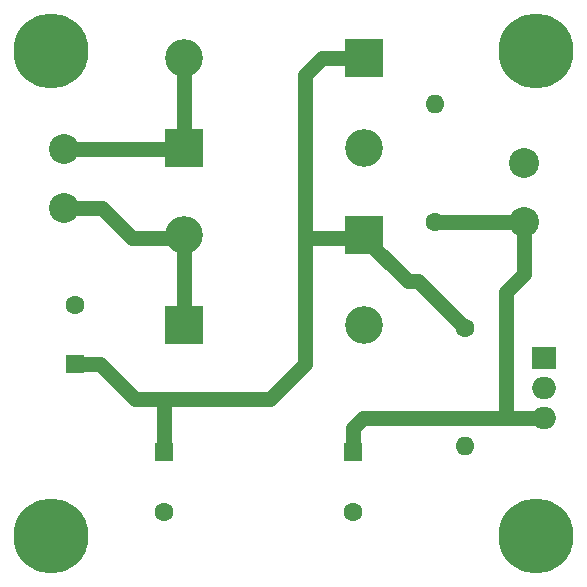
<source format=gbr>
G04 #@! TF.GenerationSoftware,KiCad,Pcbnew,(5.0.2)-1*
G04 #@! TF.CreationDate,2020-11-25T16:06:49-05:00*
G04 #@! TF.ProjectId,MHS-5200A_PwrSupply,4d48532d-3532-4303-9041-5f5077725375,rev?*
G04 #@! TF.SameCoordinates,Original*
G04 #@! TF.FileFunction,Copper,L1,Top*
G04 #@! TF.FilePolarity,Positive*
%FSLAX46Y46*%
G04 Gerber Fmt 4.6, Leading zero omitted, Abs format (unit mm)*
G04 Created by KiCad (PCBNEW (5.0.2)-1) date 11/25/2020 4:06:49 PM*
%MOMM*%
%LPD*%
G01*
G04 APERTURE LIST*
G04 #@! TA.AperFunction,ComponentPad*
%ADD10R,1.600000X1.600000*%
G04 #@! TD*
G04 #@! TA.AperFunction,ComponentPad*
%ADD11C,1.600000*%
G04 #@! TD*
G04 #@! TA.AperFunction,ComponentPad*
%ADD12O,1.600000X1.600000*%
G04 #@! TD*
G04 #@! TA.AperFunction,ComponentPad*
%ADD13R,3.200000X3.200000*%
G04 #@! TD*
G04 #@! TA.AperFunction,ComponentPad*
%ADD14O,3.200000X3.200000*%
G04 #@! TD*
G04 #@! TA.AperFunction,ComponentPad*
%ADD15C,2.540000*%
G04 #@! TD*
G04 #@! TA.AperFunction,ComponentPad*
%ADD16R,2.000000X1.905000*%
G04 #@! TD*
G04 #@! TA.AperFunction,ComponentPad*
%ADD17O,2.000000X1.905000*%
G04 #@! TD*
G04 #@! TA.AperFunction,ComponentPad*
%ADD18C,6.350000*%
G04 #@! TD*
G04 #@! TA.AperFunction,Conductor*
%ADD19C,1.270000*%
G04 #@! TD*
G04 #@! TA.AperFunction,Conductor*
%ADD20C,0.635000*%
G04 #@! TD*
G04 APERTURE END LIST*
D10*
G04 #@! TO.P,C1,1*
G04 #@! TO.N,/VDC*
X6000000Y-30500000D03*
D11*
G04 #@! TO.P,C1,2*
G04 #@! TO.N,/GND*
X6000000Y-25500000D03*
G04 #@! TD*
G04 #@! TO.P,C2,2*
G04 #@! TO.N,/GND*
X13500000Y-43000000D03*
D10*
G04 #@! TO.P,C2,1*
G04 #@! TO.N,/VDC*
X13500000Y-38000000D03*
G04 #@! TD*
D11*
G04 #@! TO.P,C3,1*
G04 #@! TO.N,/VDC*
X39000000Y-27440000D03*
D12*
G04 #@! TO.P,C3,2*
G04 #@! TO.N,/GND*
X39000000Y-37440000D03*
G04 #@! TD*
D10*
G04 #@! TO.P,C4,1*
G04 #@! TO.N,/5V*
X29500000Y-38000000D03*
D11*
G04 #@! TO.P,C4,2*
G04 #@! TO.N,/GND*
X29500000Y-43000000D03*
G04 #@! TD*
D12*
G04 #@! TO.P,C5,2*
G04 #@! TO.N,/GND*
X36500000Y-8500000D03*
D11*
G04 #@! TO.P,C5,1*
G04 #@! TO.N,/5V*
X36500000Y-18500000D03*
G04 #@! TD*
D13*
G04 #@! TO.P,D1,1*
G04 #@! TO.N,Net-(D1-Pad1)*
X15240000Y-27178000D03*
D14*
G04 #@! TO.P,D1,2*
G04 #@! TO.N,/GND*
X30480000Y-27178000D03*
G04 #@! TD*
G04 #@! TO.P,D2,2*
G04 #@! TO.N,/GND*
X30480000Y-12192000D03*
D13*
G04 #@! TO.P,D2,1*
G04 #@! TO.N,Net-(D2-Pad1)*
X15240000Y-12192000D03*
G04 #@! TD*
G04 #@! TO.P,D3,1*
G04 #@! TO.N,/VDC*
X30480000Y-19558000D03*
D14*
G04 #@! TO.P,D3,2*
G04 #@! TO.N,Net-(D1-Pad1)*
X15240000Y-19558000D03*
G04 #@! TD*
G04 #@! TO.P,D4,2*
G04 #@! TO.N,Net-(D2-Pad1)*
X15240000Y-4580000D03*
D13*
G04 #@! TO.P,D4,1*
G04 #@! TO.N,/VDC*
X30480000Y-4580000D03*
G04 #@! TD*
D15*
G04 #@! TO.P,J1,1*
G04 #@! TO.N,Net-(D1-Pad1)*
X5080000Y-17280000D03*
G04 #@! TO.P,J1,2*
G04 #@! TO.N,Net-(D2-Pad1)*
X5080000Y-12280000D03*
G04 #@! TD*
G04 #@! TO.P,J2,2*
G04 #@! TO.N,/5V*
X44000000Y-18500000D03*
G04 #@! TO.P,J2,1*
G04 #@! TO.N,/GND*
X44000000Y-13500000D03*
G04 #@! TD*
D16*
G04 #@! TO.P,U1,1*
G04 #@! TO.N,/VDC*
X45720000Y-29980000D03*
D17*
G04 #@! TO.P,U1,2*
G04 #@! TO.N,/GND*
X45720000Y-32520000D03*
G04 #@! TO.P,U1,3*
G04 #@! TO.N,/5V*
X45720000Y-35060000D03*
G04 #@! TD*
D18*
G04 #@! TO.P,B1,1*
G04 #@! TO.N,N/C*
X4000000Y-4030000D03*
G04 #@! TO.P,B1,2*
X45000000Y-4030000D03*
G04 #@! TO.P,B1,3*
X4000000Y-45030000D03*
G04 #@! TO.P,B1,4*
X45000000Y-45030000D03*
G04 #@! TD*
D19*
G04 #@! TO.N,/VDC*
X8070000Y-30500000D02*
X11070000Y-33500000D01*
X6000000Y-30500000D02*
X8070000Y-30500000D01*
X22500000Y-33500000D02*
X25500000Y-30500000D01*
X25820000Y-19820000D02*
X25500000Y-19500000D01*
X30480000Y-19820000D02*
X25820000Y-19820000D01*
X30480000Y-4580000D02*
X26920000Y-4580000D01*
X25500000Y-22500000D02*
X25500000Y-6000000D01*
X25500000Y-6000000D02*
X26920000Y-4580000D01*
X25500000Y-22500000D02*
X25500000Y-19500000D01*
X25500000Y-30500000D02*
X25500000Y-22500000D01*
X39000000Y-27440000D02*
X35060000Y-23500000D01*
X34160000Y-23500000D02*
X30480000Y-19820000D01*
X35060000Y-23500000D02*
X34160000Y-23500000D01*
X13500000Y-35930000D02*
X13500000Y-33500000D01*
X13500000Y-38000000D02*
X13500000Y-35930000D01*
X11070000Y-33500000D02*
X13500000Y-33500000D01*
X13500000Y-33500000D02*
X22500000Y-33500000D01*
G04 #@! TO.N,Net-(D1-Pad1)*
X6876051Y-17280000D02*
X8255000Y-17280000D01*
X5080000Y-17280000D02*
X6876051Y-17280000D01*
X10795000Y-19820000D02*
X8255000Y-17280000D01*
X15240000Y-19820000D02*
X10795000Y-19820000D01*
X15240000Y-19820000D02*
X15240000Y-27440000D01*
G04 #@! TO.N,Net-(D2-Pad1)*
X15160000Y-12280000D02*
X15240000Y-12200000D01*
X5080000Y-12280000D02*
X15160000Y-12280000D01*
X15240000Y-4580000D02*
X15240000Y-12200000D01*
D20*
G04 #@! TO.N,/5V*
X44085000Y-35060000D02*
X45720000Y-35060000D01*
X42440000Y-35060000D02*
X44085000Y-35060000D01*
D19*
X43450000Y-35060000D02*
X45720000Y-35060000D01*
X30370000Y-35060000D02*
X43450000Y-35060000D01*
X29500000Y-38000000D02*
X29500000Y-35930000D01*
X42440000Y-35060000D02*
X42440000Y-24440000D01*
X44000000Y-22880000D02*
X44000000Y-18500000D01*
X42440000Y-24440000D02*
X44000000Y-22880000D01*
X36500000Y-18500000D02*
X44000000Y-18500000D01*
X29500000Y-35930000D02*
X30370000Y-35060000D01*
G04 #@! TD*
M02*

</source>
